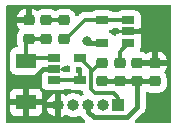
<source format=gtl>
%TF.GenerationSoftware,KiCad,Pcbnew,(5.99.0-9986-gea87f52d5a)*%
%TF.CreationDate,2021-05-05T12:52:16-03:00*%
%TF.ProjectId,Sensors_V2,53656e73-6f72-4735-9f56-322e6b696361,rev?*%
%TF.SameCoordinates,Original*%
%TF.FileFunction,Copper,L1,Top*%
%TF.FilePolarity,Positive*%
%FSLAX46Y46*%
G04 Gerber Fmt 4.6, Leading zero omitted, Abs format (unit mm)*
G04 Created by KiCad (PCBNEW (5.99.0-9986-gea87f52d5a)) date 2021-05-05 12:52:16*
%MOMM*%
%LPD*%
G01*
G04 APERTURE LIST*
G04 Aperture macros list*
%AMRoundRect*
0 Rectangle with rounded corners*
0 $1 Rounding radius*
0 $2 $3 $4 $5 $6 $7 $8 $9 X,Y pos of 4 corners*
0 Add a 4 corners polygon primitive as box body*
4,1,4,$2,$3,$4,$5,$6,$7,$8,$9,$2,$3,0*
0 Add four circle primitives for the rounded corners*
1,1,$1+$1,$2,$3*
1,1,$1+$1,$4,$5*
1,1,$1+$1,$6,$7*
1,1,$1+$1,$8,$9*
0 Add four rect primitives between the rounded corners*
20,1,$1+$1,$2,$3,$4,$5,0*
20,1,$1+$1,$4,$5,$6,$7,0*
20,1,$1+$1,$6,$7,$8,$9,0*
20,1,$1+$1,$8,$9,$2,$3,0*%
G04 Aperture macros list end*
%TA.AperFunction,SMDPad,CuDef*%
%ADD10RoundRect,0.218750X0.256250X-0.218750X0.256250X0.218750X-0.256250X0.218750X-0.256250X-0.218750X0*%
%TD*%
%TA.AperFunction,SMDPad,CuDef*%
%ADD11RoundRect,0.218750X-0.256250X0.218750X-0.256250X-0.218750X0.256250X-0.218750X0.256250X0.218750X0*%
%TD*%
%TA.AperFunction,ComponentPad*%
%ADD12R,1.000000X1.000000*%
%TD*%
%TA.AperFunction,ComponentPad*%
%ADD13O,1.000000X1.000000*%
%TD*%
%TA.AperFunction,SMDPad,CuDef*%
%ADD14R,1.060000X0.650000*%
%TD*%
%TA.AperFunction,SMDPad,CuDef*%
%ADD15R,1.700000X1.300000*%
%TD*%
%TA.AperFunction,ViaPad*%
%ADD16C,0.600000*%
%TD*%
%TA.AperFunction,ViaPad*%
%ADD17C,0.800000*%
%TD*%
%TA.AperFunction,Conductor*%
%ADD18C,0.400000*%
%TD*%
%TA.AperFunction,Conductor*%
%ADD19C,0.350000*%
%TD*%
G04 APERTURE END LIST*
D10*
%TO.P,R6,1*%
%TO.N,Net-(D1-Pad1)*%
X137400000Y-80387500D03*
%TO.P,R6,2*%
%TO.N,GND*%
X137400000Y-78812500D03*
%TD*%
D11*
%TO.P,R3,1*%
%TO.N,Net-(R3-Pad1)*%
X145100000Y-82400000D03*
%TO.P,R3,2*%
%TO.N,/IN*%
X145100000Y-83975000D03*
%TD*%
D12*
%TO.P,J1,1,Pin_1*%
%TO.N,+5V*%
X145000000Y-86000000D03*
D13*
%TO.P,J1,2,Pin_2*%
%TO.N,+12V*%
X143730000Y-86000000D03*
%TO.P,J1,3,Pin_3*%
%TO.N,/IN*%
X142460000Y-86000000D03*
%TO.P,J1,4,Pin_4*%
%TO.N,Net-(J1-Pad4)*%
X141190000Y-86000000D03*
%TO.P,J1,5,Pin_5*%
%TO.N,GND*%
X139920000Y-86000000D03*
%TD*%
D10*
%TO.P,C1,1*%
%TO.N,/IN*%
X148100000Y-83987500D03*
%TO.P,C1,2*%
%TO.N,GND*%
X148100000Y-82412500D03*
%TD*%
D14*
%TO.P,U1,1,+*%
%TO.N,Net-(R3-Pad1)*%
X145850000Y-80700000D03*
%TO.P,U1,2,V-*%
%TO.N,GND*%
X145850000Y-79750000D03*
%TO.P,U1,3,-*%
%TO.N,Net-(R4-Pad1)*%
X145850000Y-78800000D03*
%TO.P,U1,4*%
X143650000Y-78800000D03*
%TO.P,U1,5,V+*%
%TO.N,+12V*%
X143650000Y-80700000D03*
%TD*%
D10*
%TO.P,R2,1*%
%TO.N,/IN*%
X143575000Y-83975000D03*
%TO.P,R2,2*%
%TO.N,+5V*%
X143575000Y-82400000D03*
%TD*%
%TO.P,R4,1*%
%TO.N,Net-(R4-Pad1)*%
X140400000Y-80387500D03*
%TO.P,R4,2*%
%TO.N,Net-(R4-Pad2)*%
X140400000Y-78812500D03*
%TD*%
%TO.P,R5,1*%
%TO.N,Net-(D1-Pad1)*%
X138900000Y-80387500D03*
%TO.P,R5,2*%
%TO.N,Net-(R4-Pad2)*%
X138900000Y-78812500D03*
%TD*%
D15*
%TO.P,D1,1,K*%
%TO.N,Net-(D1-Pad1)*%
X137200000Y-82250000D03*
%TO.P,D1,2,A*%
%TO.N,GND*%
X137200000Y-85750000D03*
%TD*%
D10*
%TO.P,R1,1*%
%TO.N,/IN*%
X146600000Y-83987500D03*
%TO.P,R1,2*%
%TO.N,GND*%
X146600000Y-82412500D03*
%TD*%
D14*
%TO.P,U2,1,+*%
%TO.N,Net-(D1-Pad1)*%
X139550000Y-82000000D03*
%TO.P,U2,2,V-*%
%TO.N,GND*%
X139550000Y-82950000D03*
%TO.P,U2,3,-*%
%TO.N,Net-(JP1-Pad1)*%
X139550000Y-83900000D03*
%TO.P,U2,4*%
X141750000Y-83900000D03*
%TO.P,U2,5,V+*%
%TO.N,+5V*%
X141750000Y-82000000D03*
%TD*%
D16*
%TO.N,GND*%
X147500000Y-79800000D03*
D17*
%TO.N,+12V*%
X142350000Y-80550000D03*
D16*
%TO.N,Net-(JP1-Pad1)*%
X141700000Y-83000000D03*
%TD*%
D18*
%TO.N,GND*%
X139550000Y-82950000D02*
X138620000Y-82950000D01*
X137200000Y-84370000D02*
X137200000Y-85750000D01*
X145850000Y-79750000D02*
X147450000Y-79750000D01*
X147450000Y-79750000D02*
X147500000Y-79800000D01*
X138620000Y-82950000D02*
X137200000Y-84370000D01*
D19*
%TO.N,Net-(D1-Pad1)*%
X137200000Y-80587500D02*
X137400000Y-80387500D01*
X139550000Y-82000000D02*
X137450000Y-82000000D01*
X137200000Y-82250000D02*
X137200000Y-80587500D01*
X137400000Y-80387500D02*
X138900000Y-80387500D01*
X137450000Y-82000000D02*
X137200000Y-82250000D01*
D18*
%TO.N,+12V*%
X142500000Y-80700000D02*
X143650000Y-80700000D01*
X142350000Y-80550000D02*
X142500000Y-80700000D01*
%TO.N,/IN*%
X145100000Y-83975000D02*
X146587500Y-83975000D01*
X146600000Y-83987500D02*
X146600000Y-86120020D01*
X146600000Y-86120020D02*
X145720020Y-87000000D01*
X142460000Y-86560000D02*
X142460000Y-86000000D01*
X145720020Y-87000000D02*
X142900000Y-87000000D01*
X146600000Y-83987500D02*
X148100000Y-83987500D01*
X142900000Y-87000000D02*
X142460000Y-86560000D01*
X143575000Y-83975000D02*
X145100000Y-83975000D01*
X146587500Y-83975000D02*
X146600000Y-83987500D01*
D19*
%TO.N,+5V*%
X142655011Y-84655011D02*
X142655011Y-83155011D01*
X142650000Y-83150000D02*
X143400000Y-82400000D01*
X142655011Y-83155011D02*
X142650000Y-83150000D01*
X143400000Y-82400000D02*
X143575000Y-82400000D01*
X142650000Y-82900000D02*
X142650000Y-83150000D01*
X145000000Y-85400000D02*
X144600000Y-85000000D01*
X143000000Y-85000000D02*
X142655011Y-84655011D01*
X144600000Y-85000000D02*
X143000000Y-85000000D01*
X145025000Y-85975000D02*
X145000000Y-86000000D01*
X141750000Y-82000000D02*
X142650000Y-82900000D01*
X145000000Y-86000000D02*
X145000000Y-85400000D01*
%TO.N,Net-(JP1-Pad1)*%
X141750000Y-83050000D02*
X141700000Y-83000000D01*
X139550000Y-83900000D02*
X141750000Y-83900000D01*
X141750000Y-83900000D02*
X141750000Y-83050000D01*
%TO.N,Net-(R3-Pad1)*%
X145100000Y-81450000D02*
X145850000Y-80700000D01*
X145100000Y-82400000D02*
X145100000Y-81450000D01*
%TO.N,Net-(R4-Pad2)*%
X138900000Y-78812500D02*
X140400000Y-78812500D01*
%TO.N,Net-(R4-Pad1)*%
X143650000Y-78800000D02*
X145850000Y-78800000D01*
X140400000Y-80387500D02*
X140562500Y-80387500D01*
X140562500Y-80387500D02*
X142150000Y-78800000D01*
X142150000Y-78800000D02*
X143650000Y-78800000D01*
%TD*%
%TA.AperFunction,Conductor*%
%TO.N,GND*%
G36*
X149434121Y-77528002D02*
G01*
X149480614Y-77581658D01*
X149492000Y-77634000D01*
X149492000Y-87366000D01*
X149471998Y-87434121D01*
X149418342Y-87480614D01*
X149366000Y-87492000D01*
X146534180Y-87492000D01*
X146466059Y-87471998D01*
X146419566Y-87418342D01*
X146409462Y-87348068D01*
X146438956Y-87283488D01*
X146445085Y-87276905D01*
X147082629Y-86639361D01*
X147088895Y-86633507D01*
X147124507Y-86602441D01*
X147130234Y-86597445D01*
X147166986Y-86545153D01*
X147170865Y-86539929D01*
X147210303Y-86489632D01*
X147213428Y-86482711D01*
X147214815Y-86480421D01*
X147223173Y-86465767D01*
X147224443Y-86463399D01*
X147228810Y-86457185D01*
X147252011Y-86397680D01*
X147254566Y-86391601D01*
X147277723Y-86340312D01*
X147280851Y-86333385D01*
X147282236Y-86325912D01*
X147283043Y-86323337D01*
X147287651Y-86307160D01*
X147288324Y-86304539D01*
X147291084Y-86297460D01*
X147299421Y-86234131D01*
X147300452Y-86227624D01*
X147310708Y-86172288D01*
X147312092Y-86164821D01*
X147308709Y-86106146D01*
X147308500Y-86098893D01*
X147308500Y-84955367D01*
X147328502Y-84887246D01*
X147382158Y-84840753D01*
X147452432Y-84830649D01*
X147497784Y-84846413D01*
X147545431Y-84874088D01*
X147545435Y-84874090D01*
X147551766Y-84877767D01*
X147714080Y-84926927D01*
X147720520Y-84927502D01*
X147720521Y-84927502D01*
X147784934Y-84933251D01*
X147784940Y-84933251D01*
X147787727Y-84933500D01*
X148399135Y-84933500D01*
X148489213Y-84922998D01*
X148517432Y-84919708D01*
X148517433Y-84919708D01*
X148524704Y-84918860D01*
X148531581Y-84916364D01*
X148531584Y-84916363D01*
X148677243Y-84863491D01*
X148684122Y-84860994D01*
X148825951Y-84768007D01*
X148942586Y-84644885D01*
X149027767Y-84498234D01*
X149076927Y-84335920D01*
X149079726Y-84304562D01*
X149083251Y-84265066D01*
X149083251Y-84265060D01*
X149083500Y-84262273D01*
X149083500Y-83725865D01*
X149068860Y-83600296D01*
X149058064Y-83570552D01*
X149013491Y-83447757D01*
X149010994Y-83440878D01*
X148918007Y-83299049D01*
X148912686Y-83294008D01*
X148907658Y-83289244D01*
X148871961Y-83227875D01*
X148875109Y-83156948D01*
X148902840Y-83111119D01*
X148937149Y-83074902D01*
X148945862Y-83063255D01*
X149023635Y-82929360D01*
X149029429Y-82916035D01*
X149074562Y-82767016D01*
X149077010Y-82754393D01*
X149082751Y-82690066D01*
X149082994Y-82684596D01*
X149078525Y-82669376D01*
X149077135Y-82668171D01*
X149069452Y-82666500D01*
X146472000Y-82666500D01*
X146403879Y-82646498D01*
X146357386Y-82592842D01*
X146346000Y-82540500D01*
X146346000Y-82284500D01*
X146366002Y-82216379D01*
X146419658Y-82169886D01*
X146472000Y-82158500D01*
X147827885Y-82158500D01*
X147843124Y-82154025D01*
X147844329Y-82152635D01*
X147846000Y-82144952D01*
X147846000Y-81485115D01*
X147844659Y-81480548D01*
X148354000Y-81480548D01*
X148354000Y-82140385D01*
X148358475Y-82155624D01*
X148359865Y-82156829D01*
X148367548Y-82158500D01*
X149064885Y-82158500D01*
X149080124Y-82154025D01*
X149081329Y-82152635D01*
X149082551Y-82147015D01*
X149069222Y-82032681D01*
X149065878Y-82018534D01*
X149013043Y-81872978D01*
X149006535Y-81859983D01*
X148921635Y-81730489D01*
X148912311Y-81719337D01*
X148799902Y-81612851D01*
X148788255Y-81604138D01*
X148654360Y-81526365D01*
X148641035Y-81520571D01*
X148492016Y-81475438D01*
X148479393Y-81472990D01*
X148415066Y-81467249D01*
X148409471Y-81467000D01*
X148372115Y-81467000D01*
X148356876Y-81471475D01*
X148355671Y-81472865D01*
X148354000Y-81480548D01*
X147844659Y-81480548D01*
X147841525Y-81469876D01*
X147840135Y-81468671D01*
X147832452Y-81467000D01*
X147804526Y-81467000D01*
X147797222Y-81467425D01*
X147682681Y-81480778D01*
X147668534Y-81484122D01*
X147522978Y-81536957D01*
X147509978Y-81543467D01*
X147421833Y-81601257D01*
X147353898Y-81621880D01*
X147289463Y-81604839D01*
X147154360Y-81526365D01*
X147141035Y-81520571D01*
X146992016Y-81475438D01*
X146979393Y-81472990D01*
X146921182Y-81467795D01*
X146855109Y-81441817D01*
X146813570Y-81384240D01*
X146809753Y-81313346D01*
X146817769Y-81289952D01*
X146868958Y-81177864D01*
X146868958Y-81177863D01*
X146872700Y-81169670D01*
X146875172Y-81152475D01*
X146892861Y-81029448D01*
X146892862Y-81029441D01*
X146893500Y-81025000D01*
X146893500Y-80375000D01*
X146888273Y-80301921D01*
X146877267Y-80264438D01*
X146873445Y-80211008D01*
X146892361Y-80079446D01*
X146893000Y-80070505D01*
X146893000Y-80022115D01*
X146888525Y-80006876D01*
X146887135Y-80005671D01*
X146879452Y-80004000D01*
X146774994Y-80004000D01*
X146706873Y-79983998D01*
X146692482Y-79973225D01*
X146664430Y-79948918D01*
X146657619Y-79943016D01*
X146524670Y-79882300D01*
X146515755Y-79881018D01*
X146515754Y-79881018D01*
X146480601Y-79875964D01*
X146416020Y-79846471D01*
X146377636Y-79786745D01*
X146377636Y-79715748D01*
X146416019Y-79656022D01*
X146463034Y-79630350D01*
X146584670Y-79594635D01*
X146584672Y-79594634D01*
X146593316Y-79592096D01*
X146711719Y-79516002D01*
X146779841Y-79496000D01*
X146874885Y-79496000D01*
X146890124Y-79491525D01*
X146891329Y-79490135D01*
X146893000Y-79482452D01*
X146893000Y-79427257D01*
X146892839Y-79422750D01*
X146888260Y-79358731D01*
X146885875Y-79345512D01*
X146877433Y-79316762D01*
X146873611Y-79263331D01*
X146892861Y-79129445D01*
X146892861Y-79129444D01*
X146893500Y-79125000D01*
X146893500Y-78475000D01*
X146888273Y-78401921D01*
X146853516Y-78283549D01*
X146849635Y-78270330D01*
X146849634Y-78270328D01*
X146847096Y-78261684D01*
X146808581Y-78201754D01*
X146772949Y-78146309D01*
X146772947Y-78146306D01*
X146768077Y-78138729D01*
X146759589Y-78131374D01*
X146664431Y-78048918D01*
X146664428Y-78048916D01*
X146657619Y-78043016D01*
X146524670Y-77982300D01*
X146515755Y-77981018D01*
X146515754Y-77981018D01*
X146384448Y-77962139D01*
X146384441Y-77962138D01*
X146380000Y-77961500D01*
X145320000Y-77961500D01*
X145246921Y-77966727D01*
X145193884Y-77982300D01*
X145115330Y-78005365D01*
X145115328Y-78005366D01*
X145106684Y-78007904D01*
X144983729Y-78086923D01*
X144983260Y-78087465D01*
X144922490Y-78115217D01*
X144904558Y-78116500D01*
X144589419Y-78116500D01*
X144521298Y-78096498D01*
X144506913Y-78085729D01*
X144457619Y-78043016D01*
X144449426Y-78039275D01*
X144449424Y-78039273D01*
X144332864Y-77986042D01*
X144332863Y-77986042D01*
X144324670Y-77982300D01*
X144315755Y-77981018D01*
X144315754Y-77981018D01*
X144184448Y-77962139D01*
X144184441Y-77962138D01*
X144180000Y-77961500D01*
X143120000Y-77961500D01*
X143046921Y-77966727D01*
X142993884Y-77982300D01*
X142915330Y-78005365D01*
X142915328Y-78005366D01*
X142906684Y-78007904D01*
X142783729Y-78086923D01*
X142783260Y-78087465D01*
X142722490Y-78115217D01*
X142704558Y-78116500D01*
X142177748Y-78116500D01*
X142169178Y-78116208D01*
X142121543Y-78112960D01*
X142121539Y-78112960D01*
X142113967Y-78112444D01*
X142106490Y-78113749D01*
X142106489Y-78113749D01*
X142098078Y-78115217D01*
X142053360Y-78123022D01*
X142046842Y-78123983D01*
X141985770Y-78131374D01*
X141978666Y-78134058D01*
X141973773Y-78135260D01*
X141963306Y-78138124D01*
X141958481Y-78139581D01*
X141951002Y-78140886D01*
X141944049Y-78143938D01*
X141944046Y-78143939D01*
X141894670Y-78165612D01*
X141888567Y-78168103D01*
X141838131Y-78187162D01*
X141838129Y-78187163D01*
X141831021Y-78189849D01*
X141824756Y-78194155D01*
X141820263Y-78196504D01*
X141810830Y-78201754D01*
X141806484Y-78204324D01*
X141799525Y-78207379D01*
X141793495Y-78212006D01*
X141750715Y-78244831D01*
X141745380Y-78248707D01*
X141700952Y-78279242D01*
X141700946Y-78279247D01*
X141694687Y-78283549D01*
X141678456Y-78301766D01*
X141655022Y-78328068D01*
X141650041Y-78333344D01*
X141559241Y-78424144D01*
X141496929Y-78458170D01*
X141426114Y-78453105D01*
X141369278Y-78410558D01*
X141351707Y-78378040D01*
X141313491Y-78272757D01*
X141310994Y-78265878D01*
X141218007Y-78124049D01*
X141094885Y-78007414D01*
X140948234Y-77922233D01*
X140785920Y-77873073D01*
X140779480Y-77872498D01*
X140779479Y-77872498D01*
X140715066Y-77866749D01*
X140715060Y-77866749D01*
X140712273Y-77866500D01*
X140100865Y-77866500D01*
X140028406Y-77874948D01*
X139982568Y-77880292D01*
X139982567Y-77880292D01*
X139975296Y-77881140D01*
X139968419Y-77883636D01*
X139968416Y-77883637D01*
X139851957Y-77925910D01*
X139815878Y-77939006D01*
X139754291Y-77979384D01*
X139721818Y-78000674D01*
X139653882Y-78021297D01*
X139589448Y-78004256D01*
X139448234Y-77922233D01*
X139285920Y-77873073D01*
X139279480Y-77872498D01*
X139279479Y-77872498D01*
X139215066Y-77866749D01*
X139215060Y-77866749D01*
X139212273Y-77866500D01*
X138600865Y-77866500D01*
X138528406Y-77874948D01*
X138482568Y-77880292D01*
X138482567Y-77880292D01*
X138475296Y-77881140D01*
X138468419Y-77883636D01*
X138468416Y-77883637D01*
X138351957Y-77925910D01*
X138315878Y-77939006D01*
X138221353Y-78000979D01*
X138153419Y-78021602D01*
X138088983Y-78004561D01*
X137954360Y-77926365D01*
X137941035Y-77920571D01*
X137792016Y-77875438D01*
X137779393Y-77872990D01*
X137715066Y-77867249D01*
X137709471Y-77867000D01*
X137672115Y-77867000D01*
X137656876Y-77871475D01*
X137655671Y-77872865D01*
X137654000Y-77880548D01*
X137654000Y-78940500D01*
X137633998Y-79008621D01*
X137580342Y-79055114D01*
X137528000Y-79066500D01*
X136435115Y-79066500D01*
X136419876Y-79070975D01*
X136418671Y-79072365D01*
X136417449Y-79077985D01*
X136430778Y-79192319D01*
X136434122Y-79206466D01*
X136486957Y-79352022D01*
X136493465Y-79365017D01*
X136578365Y-79494511D01*
X136587689Y-79505663D01*
X136592322Y-79510052D01*
X136628020Y-79571421D01*
X136624872Y-79642348D01*
X136597142Y-79688178D01*
X136557414Y-79730115D01*
X136472233Y-79876766D01*
X136439756Y-79983998D01*
X136424967Y-80032828D01*
X136423073Y-80039080D01*
X136422498Y-80045520D01*
X136422498Y-80045521D01*
X136417870Y-80097381D01*
X136416500Y-80112727D01*
X136416500Y-80649135D01*
X136431140Y-80774704D01*
X136433636Y-80781581D01*
X136433637Y-80781584D01*
X136482976Y-80917509D01*
X136487417Y-80988366D01*
X136452845Y-81050376D01*
X136390235Y-81083852D01*
X136364537Y-81086500D01*
X136350000Y-81086500D01*
X136276921Y-81091727D01*
X136198835Y-81114655D01*
X136145330Y-81130365D01*
X136145328Y-81130366D01*
X136136684Y-81132904D01*
X136123312Y-81141498D01*
X136021309Y-81207051D01*
X136021306Y-81207053D01*
X136013729Y-81211923D01*
X136007828Y-81218733D01*
X135923918Y-81315569D01*
X135923916Y-81315572D01*
X135918016Y-81322381D01*
X135914272Y-81330579D01*
X135883765Y-81397381D01*
X135857300Y-81455330D01*
X135856018Y-81464245D01*
X135856018Y-81464246D01*
X135837139Y-81595552D01*
X135837138Y-81595559D01*
X135836500Y-81600000D01*
X135836500Y-82900000D01*
X135841727Y-82973079D01*
X135843631Y-82979562D01*
X135878182Y-83097233D01*
X135882904Y-83113316D01*
X135887775Y-83120895D01*
X135957051Y-83228691D01*
X135957053Y-83228694D01*
X135961923Y-83236271D01*
X135968733Y-83242172D01*
X136065569Y-83326082D01*
X136065572Y-83326084D01*
X136072381Y-83331984D01*
X136205330Y-83392700D01*
X136214245Y-83393982D01*
X136214246Y-83393982D01*
X136345552Y-83412861D01*
X136345559Y-83412862D01*
X136350000Y-83413500D01*
X138050000Y-83413500D01*
X138123079Y-83408273D01*
X138201165Y-83385345D01*
X138254670Y-83369635D01*
X138254672Y-83369634D01*
X138263316Y-83367096D01*
X138332089Y-83322898D01*
X138400210Y-83302896D01*
X138468330Y-83322898D01*
X138514823Y-83376553D01*
X138524928Y-83446827D01*
X138507139Y-83570552D01*
X138507138Y-83570559D01*
X138506500Y-83575000D01*
X138506500Y-84225000D01*
X138511727Y-84298079D01*
X138552904Y-84438316D01*
X138557775Y-84445895D01*
X138627051Y-84553691D01*
X138627053Y-84553694D01*
X138631923Y-84561271D01*
X138638733Y-84567172D01*
X138735569Y-84651082D01*
X138735572Y-84651084D01*
X138742381Y-84656984D01*
X138875330Y-84717700D01*
X138884245Y-84718982D01*
X138884246Y-84718982D01*
X139015552Y-84737861D01*
X139015559Y-84737862D01*
X139020000Y-84738500D01*
X140080000Y-84738500D01*
X140153079Y-84733273D01*
X140231165Y-84710345D01*
X140284670Y-84694635D01*
X140284672Y-84694634D01*
X140293316Y-84692096D01*
X140416271Y-84613077D01*
X140416740Y-84612535D01*
X140477510Y-84584783D01*
X140495442Y-84583500D01*
X140810581Y-84583500D01*
X140878702Y-84603502D01*
X140893087Y-84614271D01*
X140942381Y-84656984D01*
X140950574Y-84660725D01*
X140950576Y-84660727D01*
X141052833Y-84707426D01*
X141075330Y-84717700D01*
X141084245Y-84718982D01*
X141084246Y-84718982D01*
X141105397Y-84722023D01*
X141204946Y-84736336D01*
X141216625Y-84741669D01*
X141218835Y-84740556D01*
X141241502Y-84738500D01*
X141868791Y-84738500D01*
X141936912Y-84758502D01*
X141983405Y-84812158D01*
X141986652Y-84819948D01*
X141988571Y-84825027D01*
X141993134Y-84841703D01*
X141994592Y-84846532D01*
X141995897Y-84854009D01*
X141998949Y-84860962D01*
X141998950Y-84860965D01*
X142020623Y-84910341D01*
X142023115Y-84916445D01*
X142038472Y-84957085D01*
X142043840Y-85027878D01*
X142010083Y-85090336D01*
X141978984Y-85113285D01*
X141905045Y-85151939D01*
X141900245Y-85155799D01*
X141895085Y-85159175D01*
X141893685Y-85157036D01*
X141838389Y-85179875D01*
X141768534Y-85167200D01*
X141758940Y-85161588D01*
X141756742Y-85159770D01*
X141751320Y-85156838D01*
X141751318Y-85156837D01*
X141588165Y-85068621D01*
X141588161Y-85068619D01*
X141582747Y-85065692D01*
X141576867Y-85063872D01*
X141576865Y-85063871D01*
X141484147Y-85035170D01*
X141393792Y-85007200D01*
X141387674Y-85006557D01*
X141387669Y-85006556D01*
X141228332Y-84989810D01*
X141211376Y-84982834D01*
X141204946Y-84985770D01*
X141197056Y-84986308D01*
X141197076Y-84986525D01*
X141006228Y-85003893D01*
X141006225Y-85003894D01*
X141000089Y-85004452D01*
X140994183Y-85006190D01*
X140994179Y-85006191D01*
X140872688Y-85041948D01*
X140810336Y-85060299D01*
X140635045Y-85151939D01*
X140630244Y-85155799D01*
X140625085Y-85159175D01*
X140623769Y-85157164D01*
X140567965Y-85180205D01*
X140498111Y-85167521D01*
X140484177Y-85159369D01*
X140481043Y-85157255D01*
X140317969Y-85069082D01*
X140306670Y-85064332D01*
X140191307Y-85028620D01*
X140177205Y-85028414D01*
X140174000Y-85035170D01*
X140174000Y-86957691D01*
X140177973Y-86971222D01*
X140186188Y-86972403D01*
X140280390Y-86946101D01*
X140291823Y-86941667D01*
X140457296Y-86858080D01*
X140467648Y-86851511D01*
X140476085Y-86844919D01*
X140542079Y-86818739D01*
X140615129Y-86834217D01*
X140784246Y-86928734D01*
X140972366Y-86989857D01*
X141168775Y-87013278D01*
X141174910Y-87012806D01*
X141174912Y-87012806D01*
X141359850Y-86998576D01*
X141359854Y-86998575D01*
X141365992Y-86998103D01*
X141556507Y-86944910D01*
X141684760Y-86880124D01*
X141754583Y-86867264D01*
X141820274Y-86894193D01*
X141845623Y-86923383D01*
X141845860Y-86923201D01*
X141848851Y-86927100D01*
X141848866Y-86927118D01*
X141850485Y-86929227D01*
X141850486Y-86929229D01*
X141884746Y-86973878D01*
X141888615Y-86979203D01*
X141901605Y-86998103D01*
X141912035Y-87013278D01*
X141924796Y-87031846D01*
X141968691Y-87070955D01*
X141973948Y-87075919D01*
X142174934Y-87276905D01*
X142208960Y-87339217D01*
X142203895Y-87410032D01*
X142161348Y-87466868D01*
X142094828Y-87491679D01*
X142085839Y-87492000D01*
X135634000Y-87492000D01*
X135565879Y-87471998D01*
X135519386Y-87418342D01*
X135508000Y-87366000D01*
X135508000Y-86017548D01*
X135837000Y-86017548D01*
X135837000Y-86397743D01*
X135837161Y-86402250D01*
X135841740Y-86466269D01*
X135844126Y-86479491D01*
X135880819Y-86604458D01*
X135888233Y-86620692D01*
X135957426Y-86728360D01*
X135969112Y-86741847D01*
X136065840Y-86825662D01*
X136080848Y-86835307D01*
X136197275Y-86888477D01*
X136214388Y-86893502D01*
X136345554Y-86912361D01*
X136354495Y-86913000D01*
X136927885Y-86913000D01*
X136943124Y-86908525D01*
X136944329Y-86907135D01*
X136946000Y-86899452D01*
X136946000Y-86022115D01*
X136944659Y-86017548D01*
X137454000Y-86017548D01*
X137454000Y-86894885D01*
X137458475Y-86910124D01*
X137459865Y-86911329D01*
X137467548Y-86913000D01*
X138047743Y-86913000D01*
X138052250Y-86912839D01*
X138116269Y-86908260D01*
X138129491Y-86905874D01*
X138254458Y-86869181D01*
X138270692Y-86861767D01*
X138378360Y-86792574D01*
X138391847Y-86780888D01*
X138475662Y-86684160D01*
X138485307Y-86669152D01*
X138538477Y-86552725D01*
X138543502Y-86535612D01*
X138562361Y-86404446D01*
X138563000Y-86395503D01*
X138563000Y-86265975D01*
X138947473Y-86265975D01*
X138976436Y-86366983D01*
X138980955Y-86378395D01*
X139065688Y-86543268D01*
X139072335Y-86553581D01*
X139187480Y-86698858D01*
X139196003Y-86707684D01*
X139337175Y-86827831D01*
X139347247Y-86834831D01*
X139509066Y-86925268D01*
X139520306Y-86930179D01*
X139648769Y-86971919D01*
X139662867Y-86972322D01*
X139666000Y-86965950D01*
X139666000Y-86272115D01*
X139661525Y-86256876D01*
X139660135Y-86255671D01*
X139652452Y-86254000D01*
X138962154Y-86254000D01*
X138948623Y-86257973D01*
X138947473Y-86265975D01*
X138563000Y-86265975D01*
X138563000Y-86022115D01*
X138558525Y-86006876D01*
X138557135Y-86005671D01*
X138549452Y-86004000D01*
X137472115Y-86004000D01*
X137456876Y-86008475D01*
X137455671Y-86009865D01*
X137454000Y-86017548D01*
X136944659Y-86017548D01*
X136941525Y-86006876D01*
X136940135Y-86005671D01*
X136932452Y-86004000D01*
X135855115Y-86004000D01*
X135839876Y-86008475D01*
X135838671Y-86009865D01*
X135837000Y-86017548D01*
X135508000Y-86017548D01*
X135508000Y-85742832D01*
X138948073Y-85742832D01*
X138954632Y-85746000D01*
X139647885Y-85746000D01*
X139663124Y-85741525D01*
X139664329Y-85740135D01*
X139666000Y-85732452D01*
X139666000Y-85041948D01*
X139662027Y-85028417D01*
X139654232Y-85027297D01*
X139546443Y-85059021D01*
X139535059Y-85063620D01*
X139370778Y-85149504D01*
X139360517Y-85156218D01*
X139216041Y-85272380D01*
X139207281Y-85280958D01*
X139088119Y-85422970D01*
X139081193Y-85433084D01*
X138991882Y-85595542D01*
X138987054Y-85606806D01*
X138948377Y-85728731D01*
X138948073Y-85742832D01*
X135508000Y-85742832D01*
X135508000Y-85104495D01*
X135837000Y-85104495D01*
X135837000Y-85477885D01*
X135841475Y-85493124D01*
X135842865Y-85494329D01*
X135850548Y-85496000D01*
X136927885Y-85496000D01*
X136943124Y-85491525D01*
X136944329Y-85490135D01*
X136946000Y-85482452D01*
X136946000Y-84605115D01*
X136944659Y-84600548D01*
X137454000Y-84600548D01*
X137454000Y-85477885D01*
X137458475Y-85493124D01*
X137459865Y-85494329D01*
X137467548Y-85496000D01*
X138544885Y-85496000D01*
X138560124Y-85491525D01*
X138561329Y-85490135D01*
X138563000Y-85482452D01*
X138563000Y-85102257D01*
X138562839Y-85097750D01*
X138558260Y-85033731D01*
X138555874Y-85020509D01*
X138519181Y-84895542D01*
X138511767Y-84879308D01*
X138442574Y-84771640D01*
X138430888Y-84758153D01*
X138334160Y-84674338D01*
X138319152Y-84664693D01*
X138202725Y-84611523D01*
X138185612Y-84606498D01*
X138054446Y-84587639D01*
X138045505Y-84587000D01*
X137472115Y-84587000D01*
X137456876Y-84591475D01*
X137455671Y-84592865D01*
X137454000Y-84600548D01*
X136944659Y-84600548D01*
X136941525Y-84589876D01*
X136940135Y-84588671D01*
X136932452Y-84587000D01*
X136352257Y-84587000D01*
X136347750Y-84587161D01*
X136283731Y-84591740D01*
X136270509Y-84594126D01*
X136145542Y-84630819D01*
X136129308Y-84638233D01*
X136021640Y-84707426D01*
X136008153Y-84719112D01*
X135924338Y-84815840D01*
X135914693Y-84830848D01*
X135861523Y-84947275D01*
X135856498Y-84964388D01*
X135837639Y-85095554D01*
X135837000Y-85104495D01*
X135508000Y-85104495D01*
X135508000Y-78540404D01*
X136417006Y-78540404D01*
X136421475Y-78555624D01*
X136422865Y-78556829D01*
X136430548Y-78558500D01*
X137127885Y-78558500D01*
X137143124Y-78554025D01*
X137144329Y-78552635D01*
X137146000Y-78544952D01*
X137146000Y-77885115D01*
X137141525Y-77869876D01*
X137140135Y-77868671D01*
X137132452Y-77867000D01*
X137104526Y-77867000D01*
X137097222Y-77867425D01*
X136982681Y-77880778D01*
X136968534Y-77884122D01*
X136822978Y-77936957D01*
X136809983Y-77943465D01*
X136680489Y-78028365D01*
X136669337Y-78037689D01*
X136562851Y-78150098D01*
X136554138Y-78161745D01*
X136476365Y-78295640D01*
X136470571Y-78308965D01*
X136425438Y-78457984D01*
X136422990Y-78470607D01*
X136417249Y-78534934D01*
X136417006Y-78540404D01*
X135508000Y-78540404D01*
X135508000Y-77634000D01*
X135528002Y-77565879D01*
X135581658Y-77519386D01*
X135634000Y-77508000D01*
X149366000Y-77508000D01*
X149434121Y-77528002D01*
G37*
%TD.AperFunction*%
%TA.AperFunction,Conductor*%
G36*
X140759355Y-82594841D02*
G01*
X140816191Y-82637386D01*
X140821321Y-82644775D01*
X140827050Y-82653689D01*
X140831923Y-82661271D01*
X140838733Y-82667172D01*
X140868055Y-82692580D01*
X140906438Y-82752307D01*
X140907792Y-82808520D01*
X140909310Y-82808712D01*
X140886579Y-82988642D01*
X140895037Y-83074902D01*
X140895361Y-83078204D01*
X140882102Y-83147952D01*
X140833239Y-83199459D01*
X140769962Y-83216500D01*
X140646628Y-83216500D01*
X140619428Y-83208513D01*
X140618559Y-83212507D01*
X140579452Y-83204000D01*
X140474994Y-83204000D01*
X140406873Y-83183998D01*
X140392482Y-83173225D01*
X140364430Y-83148918D01*
X140357619Y-83143016D01*
X140294096Y-83114006D01*
X140232864Y-83086042D01*
X140232863Y-83086042D01*
X140224670Y-83082300D01*
X140215755Y-83081018D01*
X140215754Y-83081018D01*
X140180601Y-83075964D01*
X140116020Y-83046471D01*
X140077636Y-82986745D01*
X140077636Y-82915748D01*
X140116019Y-82856022D01*
X140163034Y-82830350D01*
X140284670Y-82794635D01*
X140284672Y-82794634D01*
X140293316Y-82792096D01*
X140411719Y-82716002D01*
X140479841Y-82696000D01*
X140574885Y-82696000D01*
X140590124Y-82691525D01*
X140591329Y-82690135D01*
X140592203Y-82686116D01*
X140626227Y-82623803D01*
X140688539Y-82589777D01*
X140759355Y-82594841D01*
G37*
%TD.AperFunction*%
%TA.AperFunction,Conductor*%
G36*
X144780572Y-79491487D02*
G01*
X144781441Y-79487493D01*
X144820548Y-79496000D01*
X144925006Y-79496000D01*
X144993127Y-79516002D01*
X145007518Y-79526775D01*
X145042381Y-79556984D01*
X145050579Y-79560728D01*
X145135016Y-79599289D01*
X145175330Y-79617700D01*
X145184245Y-79618982D01*
X145184246Y-79618982D01*
X145219399Y-79624036D01*
X145283980Y-79653529D01*
X145322364Y-79713255D01*
X145322364Y-79784252D01*
X145283981Y-79843978D01*
X145236966Y-79869650D01*
X145115330Y-79905365D01*
X145115328Y-79905366D01*
X145106684Y-79907904D01*
X145099105Y-79912775D01*
X144988280Y-79983998D01*
X144920159Y-80004000D01*
X144825115Y-80004000D01*
X144809876Y-80008475D01*
X144808671Y-80009865D01*
X144807797Y-80013884D01*
X144773773Y-80076197D01*
X144711461Y-80110223D01*
X144640645Y-80105159D01*
X144583809Y-80062614D01*
X144578679Y-80055225D01*
X144572950Y-80046311D01*
X144572949Y-80046310D01*
X144568077Y-80038729D01*
X144539405Y-80013884D01*
X144464431Y-79948918D01*
X144464428Y-79948916D01*
X144457619Y-79943016D01*
X144324670Y-79882300D01*
X144315755Y-79881018D01*
X144315754Y-79881018D01*
X144280601Y-79875964D01*
X144216020Y-79846471D01*
X144177636Y-79786745D01*
X144177636Y-79715748D01*
X144216019Y-79656022D01*
X144263034Y-79630350D01*
X144384670Y-79594635D01*
X144384672Y-79594634D01*
X144393316Y-79592096D01*
X144516271Y-79513077D01*
X144516740Y-79512535D01*
X144577510Y-79484783D01*
X144595442Y-79483500D01*
X144753372Y-79483500D01*
X144780572Y-79491487D01*
G37*
%TD.AperFunction*%
%TD*%
M02*

</source>
